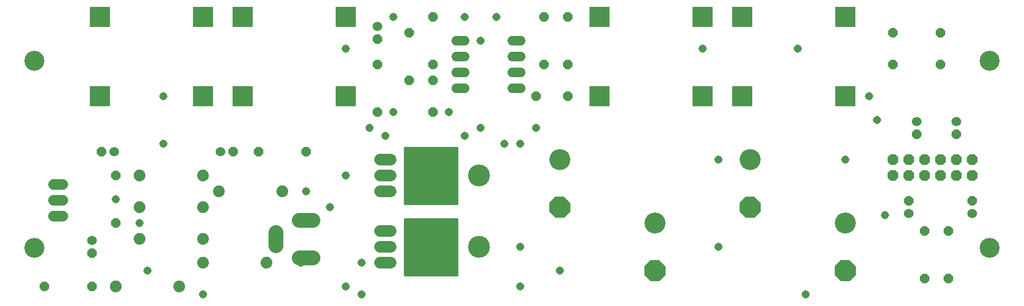
<source format=gts>
G75*
%MOIN*%
%OFA0B0*%
%FSLAX25Y25*%
%IPPOS*%
%LPD*%
%AMOC8*
5,1,8,0,0,1.08239X$1,22.5*
%
%ADD10C,0.01600*%
%ADD11OC8,0.13200*%
%ADD12C,0.13200*%
%ADD13OC8,0.06000*%
%ADD14C,0.06000*%
%ADD15C,0.07400*%
%ADD16C,0.07400*%
%ADD17C,0.13800*%
%ADD18C,0.06000*%
%ADD19R,0.12611X0.12611*%
%ADD20C,0.09400*%
%ADD21OC8,0.06800*%
%ADD22C,0.06800*%
%ADD23C,0.12611*%
%ADD24C,0.05156*%
D10*
X0260100Y0045100D02*
X0260100Y0080100D01*
X0292600Y0080100D01*
X0292600Y0045100D01*
X0260100Y0045100D01*
X0260100Y0046578D02*
X0292600Y0046578D01*
X0292600Y0048176D02*
X0260100Y0048176D01*
X0260100Y0049775D02*
X0292600Y0049775D01*
X0292600Y0051373D02*
X0260100Y0051373D01*
X0260100Y0052972D02*
X0292600Y0052972D01*
X0292600Y0054570D02*
X0260100Y0054570D01*
X0260100Y0056169D02*
X0292600Y0056169D01*
X0292600Y0057767D02*
X0260100Y0057767D01*
X0260100Y0059366D02*
X0292600Y0059366D01*
X0292600Y0060964D02*
X0260100Y0060964D01*
X0260100Y0062563D02*
X0292600Y0062563D01*
X0292600Y0064161D02*
X0260100Y0064161D01*
X0260100Y0065760D02*
X0292600Y0065760D01*
X0292600Y0067358D02*
X0260100Y0067358D01*
X0260100Y0068957D02*
X0292600Y0068957D01*
X0292600Y0070555D02*
X0260100Y0070555D01*
X0260100Y0072154D02*
X0292600Y0072154D01*
X0292600Y0073752D02*
X0260100Y0073752D01*
X0260100Y0075351D02*
X0292600Y0075351D01*
X0292600Y0076949D02*
X0260100Y0076949D01*
X0260100Y0078548D02*
X0292600Y0078548D01*
X0292600Y0090100D02*
X0260100Y0090100D01*
X0260100Y0125100D01*
X0292600Y0125100D01*
X0292600Y0090100D01*
X0292600Y0091336D02*
X0260100Y0091336D01*
X0260100Y0092934D02*
X0292600Y0092934D01*
X0292600Y0094533D02*
X0260100Y0094533D01*
X0260100Y0096132D02*
X0292600Y0096132D01*
X0292600Y0097730D02*
X0260100Y0097730D01*
X0260100Y0099329D02*
X0292600Y0099329D01*
X0292600Y0100927D02*
X0260100Y0100927D01*
X0260100Y0102526D02*
X0292600Y0102526D01*
X0292600Y0104124D02*
X0260100Y0104124D01*
X0260100Y0105723D02*
X0292600Y0105723D01*
X0292600Y0107321D02*
X0260100Y0107321D01*
X0260100Y0108920D02*
X0292600Y0108920D01*
X0292600Y0110518D02*
X0260100Y0110518D01*
X0260100Y0112117D02*
X0292600Y0112117D01*
X0292600Y0113715D02*
X0260100Y0113715D01*
X0260100Y0115314D02*
X0292600Y0115314D01*
X0292600Y0116912D02*
X0260100Y0116912D01*
X0260100Y0118511D02*
X0292600Y0118511D01*
X0292600Y0120109D02*
X0260100Y0120109D01*
X0260100Y0121708D02*
X0292600Y0121708D01*
X0292600Y0123306D02*
X0260100Y0123306D01*
X0260100Y0124905D02*
X0292600Y0124905D01*
D11*
X0357600Y0087600D03*
X0417600Y0047600D03*
X0477600Y0087600D03*
X0537600Y0047600D03*
D12*
X0537600Y0077600D03*
X0477600Y0117600D03*
X0417600Y0077600D03*
X0357600Y0117600D03*
D13*
X0032600Y0037600D03*
X0062600Y0037600D03*
X0062600Y0058600D03*
X0077600Y0077600D03*
X0077600Y0107600D03*
X0068600Y0122600D03*
X0151600Y0122600D03*
X0167600Y0122600D03*
X0197600Y0122600D03*
X0242600Y0147600D03*
X0277600Y0147600D03*
X0277600Y0167600D03*
X0262600Y0167600D03*
X0277600Y0177600D03*
X0242600Y0177600D03*
X0242600Y0193600D03*
X0262600Y0197600D03*
X0277600Y0207600D03*
X0347600Y0207600D03*
X0362600Y0207600D03*
X0362600Y0177600D03*
X0347600Y0177600D03*
X0342600Y0157600D03*
X0362600Y0157600D03*
X0567600Y0177600D03*
X0597600Y0177600D03*
X0597600Y0197600D03*
X0567600Y0197600D03*
X0582600Y0133600D03*
X0607600Y0133600D03*
X0617600Y0091600D03*
X0577600Y0091600D03*
X0587600Y0072600D03*
X0602600Y0072600D03*
X0602600Y0042600D03*
X0587600Y0042600D03*
D14*
X0577600Y0083600D03*
X0617600Y0083600D03*
X0607600Y0141600D03*
X0582600Y0141600D03*
X0242600Y0201600D03*
X0143600Y0122600D03*
X0076600Y0122600D03*
X0062600Y0066600D03*
D15*
X0092600Y0067600D03*
X0132600Y0067600D03*
X0132600Y0052600D03*
X0117600Y0037600D03*
X0077600Y0037600D03*
X0172600Y0052600D03*
X0132600Y0087600D03*
X0142600Y0097600D03*
X0132600Y0107600D03*
X0092600Y0107600D03*
X0092600Y0087600D03*
X0182600Y0097600D03*
D16*
X0244300Y0097600D02*
X0250900Y0097600D01*
X0250900Y0107600D02*
X0244300Y0107600D01*
X0244300Y0117600D02*
X0250900Y0117600D01*
X0250900Y0072600D02*
X0244300Y0072600D01*
X0244300Y0062600D02*
X0250900Y0062600D01*
X0250900Y0052600D02*
X0244300Y0052600D01*
D17*
X0306600Y0062600D03*
X0306600Y0107600D03*
D18*
X0297600Y0162600D02*
X0292400Y0162600D01*
X0292400Y0172600D02*
X0297600Y0172600D01*
X0297600Y0182600D02*
X0292400Y0182600D01*
X0292400Y0192600D02*
X0297600Y0192600D01*
X0327600Y0192600D02*
X0332800Y0192600D01*
X0332800Y0182600D02*
X0327600Y0182600D01*
X0327600Y0172600D02*
X0332800Y0172600D01*
X0332800Y0162600D02*
X0327600Y0162600D01*
D19*
X0382600Y0157600D03*
X0447600Y0157600D03*
X0472600Y0157600D03*
X0537600Y0157600D03*
X0537600Y0207600D03*
X0472600Y0207600D03*
X0447600Y0207600D03*
X0382600Y0207600D03*
X0222600Y0207600D03*
X0157600Y0207600D03*
X0132600Y0207600D03*
X0067600Y0207600D03*
X0067600Y0157600D03*
X0132600Y0157600D03*
X0157600Y0157600D03*
X0222600Y0157600D03*
D20*
X0201900Y0079411D02*
X0193300Y0079411D01*
X0178702Y0071900D02*
X0178702Y0063300D01*
X0193300Y0055789D02*
X0201900Y0055789D01*
D21*
X0567600Y0107600D03*
X0577600Y0107600D03*
X0587600Y0107600D03*
X0597600Y0107600D03*
X0607600Y0107600D03*
X0617600Y0107600D03*
X0617600Y0117600D03*
X0607600Y0117600D03*
X0597600Y0117600D03*
X0587600Y0117600D03*
X0577600Y0117600D03*
X0567600Y0117600D03*
D22*
X0044222Y0102009D02*
X0038222Y0102009D01*
X0038222Y0092009D02*
X0044222Y0092009D01*
X0044222Y0082009D02*
X0038222Y0082009D01*
D23*
X0026301Y0061931D03*
X0026301Y0180041D03*
X0628663Y0180041D03*
X0628663Y0061931D03*
D24*
X0562600Y0082600D03*
X0537600Y0117600D03*
X0557600Y0142600D03*
X0552600Y0157600D03*
X0507600Y0187600D03*
X0447600Y0187600D03*
X0317600Y0207600D03*
X0297600Y0207600D03*
X0307600Y0192600D03*
X0252600Y0207600D03*
X0222600Y0187600D03*
X0252600Y0147600D03*
X0237600Y0137600D03*
X0247600Y0132600D03*
X0287600Y0147600D03*
X0307600Y0137600D03*
X0297600Y0132600D03*
X0322600Y0127600D03*
X0332600Y0127600D03*
X0342600Y0137600D03*
X0457600Y0117600D03*
X0457600Y0062600D03*
X0512600Y0032600D03*
X0357600Y0047600D03*
X0332600Y0037600D03*
X0332600Y0062600D03*
X0232600Y0052600D03*
X0194411Y0052600D03*
X0222600Y0037600D03*
X0232600Y0032600D03*
X0132600Y0032600D03*
X0097600Y0047600D03*
X0092600Y0077600D03*
X0077600Y0092600D03*
X0107600Y0127600D03*
X0107600Y0157600D03*
X0222600Y0107600D03*
X0197600Y0097600D03*
X0212600Y0087600D03*
M02*

</source>
